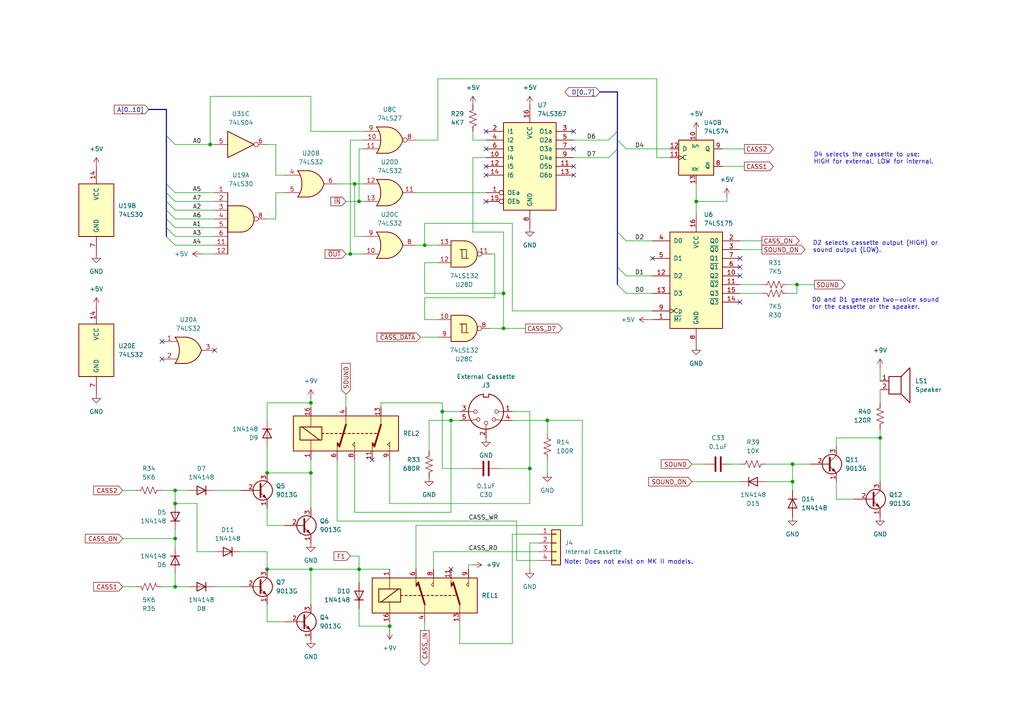
<source format=kicad_sch>
(kicad_sch (version 20231120) (generator "eeschema") (generator_version "8.0")
  (paper "A4")
  (title_block (title "Dick Smith System 80 Video and Cassette") (date "1980"))
  (junction (at 90.17 116.84))
  (junction (at 113.03 181.61))
  (junction (at 229.87 139.7))
  (junction (at 146.05 95.25))
  (junction (at 255.27 127))
  (junction (at 90.17 137.16))
  (junction (at 50.8 170.18))
  (junction (at 102.87 53.34))
  (junction (at 231.14 82.55))
  (junction (at 50.8 156.21))
  (junction (at 101.6 73.66))
  (junction (at 104.14 165.1))
  (junction (at 123.19 71.12))
  (junction (at 104.14 58.42))
  (junction (at 201.93 58.42))
  (junction (at 77.47 137.16))
  (junction (at 130.81 121.92))
  (junction (at 50.8 142.24))
  (junction (at 128.27 119.38))
  (junction (at 77.47 165.1))
  (junction (at 90.17 165.1))
  (junction (at 158.75 121.92))
  (junction (at 153.67 135.89))
  (junction (at 50.8 146.05))
  (junction (at 60.96 41.91))
  (junction (at 146.05 85.09))
  (junction (at 229.87 134.62))
  (no_connect (at 214.63 87.63))
  (no_connect (at 214.63 77.47))
  (no_connect (at 214.63 74.93))
  (no_connect (at 140.97 58.42))
  (no_connect (at 166.37 43.18))
  (no_connect (at 214.63 80.01))
  (no_connect (at 107.95 133.35))
  (no_connect (at 140.97 38.1))
  (no_connect (at 166.37 48.26))
  (no_connect (at 62.23 101.6))
  (no_connect (at 166.37 38.1))
  (no_connect (at 166.37 50.8))
  (no_connect (at 140.97 48.26))
  (no_connect (at 46.99 99.06))
  (no_connect (at 189.23 74.93))
  (no_connect (at 130.81 165.1))
  (no_connect (at 46.99 104.14))
  (no_connect (at 140.97 43.18))
  (no_connect (at 140.97 50.8))
  (bus_entry (at 48.26 55.88) (size 2.54 2.54))
  (bus_entry (at 181.61 69.85) (size -2.54 -2.54))
  (bus_entry (at 48.26 60.96) (size 2.54 2.54))
  (bus_entry (at 181.61 80.01) (size -2.54 -2.54))
  (bus_entry (at 181.61 85.09) (size -2.54 -2.54))
  (bus_entry (at 181.61 43.18) (size -2.54 -2.54))
  (bus_entry (at 48.26 68.58) (size 2.54 2.54))
  (bus_entry (at 176.53 45.72) (size 2.54 -2.54))
  (bus_entry (at 48.26 39.37) (size 2.54 2.54))
  (bus_entry (at 176.53 40.64) (size 2.54 -2.54))
  (bus_entry (at 48.26 53.34) (size 2.54 2.54))
  (bus_entry (at 48.26 63.5) (size 2.54 2.54))
  (bus_entry (at 48.26 58.42) (size 2.54 2.54))
  (bus_entry (at 48.26 66.04) (size 2.54 2.54))
  (wire (pts (xy 231.14 82.55) (xy 236.22 82.55)))
  (wire (pts (xy 105.41 38.1) (xy 90.17 38.1)))
  (wire (pts (xy 101.6 40.64) (xy 101.6 73.66)))
  (wire (pts (xy 148.59 64.77) (xy 123.19 64.77)))
  (wire (pts (xy 104.14 58.42) (xy 105.41 58.42)))
  (wire (pts (xy 242.57 127) (xy 255.27 127)))
  (wire (pts (xy 153.67 135.89) (xy 153.67 119.38)))
  (wire (pts (xy 104.14 176.53) (xy 104.14 181.61)))
  (wire (pts (xy 201.93 53.34) (xy 201.93 58.42)))
  (wire (pts (xy 228.6 82.55) (xy 231.14 82.55)))
  (wire (pts (xy 57.15 146.05) (xy 50.8 146.05)))
  (wire (pts (xy 120.65 40.64) (xy 127 40.64)))
  (wire (pts (xy 50.8 170.18) (xy 54.61 170.18)))
  (wire (pts (xy 181.61 85.09) (xy 189.23 85.09)))
  (wire (pts (xy 181.61 80.01) (xy 189.23 80.01)))
  (wire (pts (xy 190.5 22.86) (xy 190.5 45.72)))
  (wire (pts (xy 80.01 63.5) (xy 80.01 55.88)))
  (wire (pts (xy 229.87 134.62) (xy 229.87 139.7)))
  (wire (pts (xy 146.05 95.25) (xy 152.4 95.25)))
  (wire (pts (xy 100.33 73.66) (xy 101.6 73.66)))
  (wire (pts (xy 130.81 121.92) (xy 133.35 121.92)))
  (wire (pts (xy 125.73 160.02) (xy 125.73 165.1)))
  (wire (pts (xy 120.65 71.12) (xy 123.19 71.12)))
  (wire (pts (xy 121.92 97.79) (xy 127 97.79)))
  (wire (pts (xy 123.19 64.77) (xy 123.19 71.12)))
  (wire (pts (xy 50.8 71.12) (xy 62.23 71.12)))
  (wire (pts (xy 100.33 114.3) (xy 100.33 118.11)))
  (wire (pts (xy 158.75 133.35) (xy 158.75 137.16)))
  (wire (pts (xy 46.99 142.24) (xy 50.8 142.24)))
  (wire (pts (xy 146.05 67.31) (xy 146.05 85.09)))
  (wire (pts (xy 50.8 55.88) (xy 62.23 55.88)))
  (wire (pts (xy 242.57 129.54) (xy 242.57 127)))
  (wire (pts (xy 77.47 180.34) (xy 77.47 175.26)))
  (wire (pts (xy 102.87 133.35) (xy 102.87 148.59)))
  (wire (pts (xy 209.55 43.18) (xy 215.9 43.18)))
  (wire (pts (xy 255.27 113.03) (xy 255.27 116.84)))
  (wire (pts (xy 181.61 69.85) (xy 189.23 69.85)))
  (wire (pts (xy 113.03 133.35) (xy 113.03 146.05)))
  (wire (pts (xy 127 76.2) (xy 123.19 76.2)))
  (wire (pts (xy 104.14 168.91) (xy 104.14 165.1)))
  (bus (pts (xy 48.26 63.5) (xy 48.26 66.04)))
  (wire (pts (xy 113.03 182.88) (xy 113.03 181.61)))
  (wire (pts (xy 102.87 68.58) (xy 102.87 53.34)))
  (wire (pts (xy 101.6 73.66) (xy 105.41 73.66)))
  (wire (pts (xy 120.65 55.88) (xy 140.97 55.88)))
  (wire (pts (xy 128.27 116.84) (xy 128.27 119.38)))
  (wire (pts (xy 120.65 152.4) (xy 168.91 152.4)))
  (wire (pts (xy 104.14 181.61) (xy 113.03 181.61)))
  (wire (pts (xy 148.59 154.94) (xy 148.59 186.69)))
  (wire (pts (xy 210.82 57.15) (xy 210.82 58.42)))
  (wire (pts (xy 130.81 148.59) (xy 130.81 121.92)))
  (wire (pts (xy 166.37 40.64) (xy 176.53 40.64)))
  (wire (pts (xy 50.8 153.67) (xy 50.8 156.21)))
  (wire (pts (xy 214.63 82.55) (xy 220.98 82.55)))
  (wire (pts (xy 105.41 43.18) (xy 104.14 43.18)))
  (wire (pts (xy 90.17 133.35) (xy 90.17 137.16)))
  (wire (pts (xy 105.41 68.58) (xy 102.87 68.58)))
  (wire (pts (xy 127 92.71) (xy 123.19 92.71)))
  (wire (pts (xy 214.63 72.39) (xy 220.98 72.39)))
  (wire (pts (xy 146.05 95.25) (xy 142.24 95.25)))
  (wire (pts (xy 82.55 180.34) (xy 77.47 180.34)))
  (bus (pts (xy 48.26 58.42) (xy 48.26 60.96)))
  (bus (pts (xy 179.07 67.31) (xy 179.07 77.47)))
  (wire (pts (xy 234.95 134.62) (xy 229.87 134.62)))
  (wire (pts (xy 104.14 165.1) (xy 113.03 165.1)))
  (wire (pts (xy 127 22.86) (xy 190.5 22.86)))
  (wire (pts (xy 90.17 137.16) (xy 77.47 137.16)))
  (wire (pts (xy 50.8 68.58) (xy 62.23 68.58)))
  (bus (pts (xy 48.26 31.75) (xy 48.26 39.37)))
  (wire (pts (xy 153.67 157.48) (xy 156.21 157.48)))
  (bus (pts (xy 179.07 38.1) (xy 179.07 40.64)))
  (wire (pts (xy 137.16 67.31) (xy 146.05 67.31)))
  (wire (pts (xy 101.6 161.29) (xy 104.14 161.29)))
  (bus (pts (xy 48.26 39.37) (xy 48.26 53.34)))
  (wire (pts (xy 242.57 144.78) (xy 247.65 144.78)))
  (wire (pts (xy 181.61 43.18) (xy 194.31 43.18)))
  (wire (pts (xy 137.16 163.83) (xy 135.89 163.83)))
  (wire (pts (xy 210.82 58.42) (xy 201.93 58.42)))
  (wire (pts (xy 148.59 186.69) (xy 133.35 186.69)))
  (wire (pts (xy 50.8 60.96) (xy 62.23 60.96)))
  (wire (pts (xy 50.8 156.21) (xy 50.8 158.75)))
  (wire (pts (xy 90.17 165.1) (xy 104.14 165.1)))
  (wire (pts (xy 137.16 40.64) (xy 137.16 38.1)))
  (bus (pts (xy 48.26 55.88) (xy 48.26 58.42)))
  (wire (pts (xy 133.35 186.69) (xy 133.35 180.34)))
  (wire (pts (xy 255.27 106.68) (xy 255.27 110.49)))
  (wire (pts (xy 222.25 134.62) (xy 229.87 134.62)))
  (wire (pts (xy 35.56 170.18) (xy 39.37 170.18)))
  (bus (pts (xy 179.07 26.67) (xy 179.07 38.1)))
  (wire (pts (xy 123.19 76.2) (xy 123.19 85.09)))
  (wire (pts (xy 50.8 58.42) (xy 62.23 58.42)))
  (wire (pts (xy 123.19 92.71) (xy 123.19 86.36)))
  (wire (pts (xy 149.86 151.13) (xy 149.86 162.56)))
  (wire (pts (xy 50.8 41.91) (xy 60.96 41.91)))
  (wire (pts (xy 148.59 90.17) (xy 148.59 64.77)))
  (bus (pts (xy 48.26 66.04) (xy 48.26 68.58)))
  (wire (pts (xy 153.67 146.05) (xy 153.67 135.89)))
  (wire (pts (xy 57.15 160.02) (xy 57.15 146.05)))
  (wire (pts (xy 255.27 124.46) (xy 255.27 127)))
  (wire (pts (xy 123.19 85.09) (xy 146.05 85.09)))
  (bus (pts (xy 179.07 40.64) (xy 179.07 43.18)))
  (wire (pts (xy 105.41 40.64) (xy 101.6 40.64)))
  (wire (pts (xy 255.27 127) (xy 255.27 139.7)))
  (wire (pts (xy 90.17 165.1) (xy 77.47 165.1)))
  (wire (pts (xy 168.91 152.4) (xy 168.91 121.92)))
  (wire (pts (xy 137.16 45.72) (xy 137.16 67.31)))
  (wire (pts (xy 214.63 69.85) (xy 220.98 69.85)))
  (wire (pts (xy 140.97 40.64) (xy 137.16 40.64)))
  (wire (pts (xy 229.87 139.7) (xy 229.87 142.24)))
  (wire (pts (xy 113.03 146.05) (xy 153.67 146.05)))
  (wire (pts (xy 148.59 90.17) (xy 189.23 90.17)))
  (wire (pts (xy 80.01 55.88) (xy 82.55 55.88)))
  (wire (pts (xy 90.17 147.32) (xy 90.17 137.16)))
  (wire (pts (xy 90.17 27.94) (xy 60.96 27.94)))
  (wire (pts (xy 97.79 133.35) (xy 97.79 151.13)))
  (wire (pts (xy 148.59 121.92) (xy 158.75 121.92)))
  (wire (pts (xy 50.8 63.5) (xy 62.23 63.5)))
  (wire (pts (xy 149.86 162.56) (xy 156.21 162.56)))
  (wire (pts (xy 77.47 63.5) (xy 80.01 63.5)))
  (wire (pts (xy 77.47 41.91) (xy 80.01 41.91)))
  (wire (pts (xy 123.19 71.12) (xy 127 71.12)))
  (wire (pts (xy 128.27 135.89) (xy 137.16 135.89)))
  (wire (pts (xy 77.47 129.54) (xy 77.47 137.16)))
  (wire (pts (xy 104.14 43.18) (xy 104.14 58.42)))
  (wire (pts (xy 201.93 58.42) (xy 201.93 62.23)))
  (wire (pts (xy 190.5 45.72) (xy 194.31 45.72)))
  (wire (pts (xy 97.79 151.13) (xy 149.86 151.13)))
  (wire (pts (xy 242.57 139.7) (xy 242.57 144.78)))
  (wire (pts (xy 77.47 160.02) (xy 69.85 160.02)))
  (wire (pts (xy 128.27 135.89) (xy 128.27 119.38)))
  (wire (pts (xy 209.55 48.26) (xy 215.9 48.26)))
  (wire (pts (xy 90.17 115.57) (xy 90.17 116.84)))
  (wire (pts (xy 80.01 41.91) (xy 80.01 50.8)))
  (wire (pts (xy 123.19 180.34) (xy 123.19 182.88)))
  (wire (pts (xy 156.21 154.94) (xy 148.59 154.94)))
  (wire (pts (xy 222.25 139.7) (xy 229.87 139.7)))
  (wire (pts (xy 212.09 134.62) (xy 214.63 134.62)))
  (wire (pts (xy 62.23 142.24) (xy 69.85 142.24)))
  (wire (pts (xy 62.23 170.18) (xy 69.85 170.18)))
  (wire (pts (xy 50.8 66.04) (xy 62.23 66.04)))
  (wire (pts (xy 77.47 160.02) (xy 77.47 165.1)))
  (wire (pts (xy 168.91 121.92) (xy 158.75 121.92)))
  (wire (pts (xy 60.96 41.91) (xy 62.23 41.91)))
  (wire (pts (xy 140.97 45.72) (xy 137.16 45.72)))
  (wire (pts (xy 46.99 170.18) (xy 50.8 170.18)))
  (wire (pts (xy 124.46 130.81) (xy 124.46 121.92)))
  (wire (pts (xy 187.96 92.71) (xy 189.23 92.71)))
  (wire (pts (xy 77.47 147.32) (xy 77.47 152.4)))
  (wire (pts (xy 144.78 135.89) (xy 153.67 135.89)))
  (wire (pts (xy 124.46 121.92) (xy 130.81 121.92)))
  (wire (pts (xy 200.66 134.62) (xy 204.47 134.62)))
  (wire (pts (xy 104.14 161.29) (xy 104.14 165.1)))
  (wire (pts (xy 50.8 142.24) (xy 54.61 142.24)))
  (bus (pts (xy 173.99 26.67) (xy 179.07 26.67)))
  (wire (pts (xy 146.05 85.09) (xy 146.05 95.25)))
  (wire (pts (xy 113.03 181.61) (xy 113.03 180.34)))
  (wire (pts (xy 214.63 85.09) (xy 220.98 85.09)))
  (wire (pts (xy 158.75 121.92) (xy 158.75 125.73)))
  (wire (pts (xy 128.27 119.38) (xy 133.35 119.38)))
  (bus (pts (xy 48.26 60.96) (xy 48.26 63.5)))
  (wire (pts (xy 90.17 116.84) (xy 90.17 118.11)))
  (bus (pts (xy 179.07 43.18) (xy 179.07 67.31)))
  (wire (pts (xy 231.14 85.09) (xy 231.14 82.55)))
  (wire (pts (xy 156.21 160.02) (xy 125.73 160.02)))
  (wire (pts (xy 97.79 53.34) (xy 102.87 53.34)))
  (wire (pts (xy 35.56 142.24) (xy 39.37 142.24)))
  (wire (pts (xy 127 40.64) (xy 127 22.86)))
  (wire (pts (xy 123.19 86.36) (xy 143.51 86.36)))
  (wire (pts (xy 50.8 142.24) (xy 50.8 146.05)))
  (wire (pts (xy 200.66 139.7) (xy 214.63 139.7)))
  (wire (pts (xy 143.51 86.36) (xy 143.51 73.66)))
  (wire (pts (xy 102.87 53.34) (xy 105.41 53.34)))
  (wire (pts (xy 153.67 165.1) (xy 153.67 157.48)))
  (bus (pts (xy 179.07 77.47) (xy 179.07 82.55)))
  (bus (pts (xy 43.18 31.75) (xy 48.26 31.75)))
  (wire (pts (xy 58.42 73.66) (xy 62.23 73.66)))
  (bus (pts (xy 48.26 53.34) (xy 48.26 55.88)))
  (wire (pts (xy 50.8 166.37) (xy 50.8 170.18)))
  (wire (pts (xy 80.01 50.8) (xy 82.55 50.8)))
  (wire (pts (xy 110.49 118.11) (xy 110.49 116.84)))
  (wire (pts (xy 62.23 160.02) (xy 57.15 160.02)))
  (wire (pts (xy 120.65 152.4) (xy 120.65 165.1)))
  (wire (pts (xy 110.49 116.84) (xy 128.27 116.84)))
  (wire (pts (xy 77.47 121.92) (xy 77.47 116.84)))
  (wire (pts (xy 153.67 119.38) (xy 148.59 119.38)))
  (wire (pts (xy 166.37 45.72) (xy 176.53 45.72)))
  (wire (pts (xy 77.47 116.84) (xy 90.17 116.84)))
  (wire (pts (xy 90.17 38.1) (xy 90.17 27.94)))
  (wire (pts (xy 228.6 85.09) (xy 231.14 85.09)))
  (wire (pts (xy 135.89 163.83) (xy 135.89 165.1)))
  (wire (pts (xy 82.55 152.4) (xy 77.47 152.4)))
  (wire (pts (xy 90.17 175.26) (xy 90.17 165.1)))
  (wire (pts (xy 35.56 156.21) (xy 50.8 156.21)))
  (wire (pts (xy 143.51 73.66) (xy 142.24 73.66)))
  (wire (pts (xy 100.33 58.42) (xy 104.14 58.42)))
  (wire (pts (xy 60.96 27.94) (xy 60.96 41.91)))
  (wire (pts (xy 102.87 148.59) (xy 130.81 148.59)))
  (text "D4 selects the cassette to use:\nHIGH for external, LOW for internal." (at 235.966 45.974 0) (effects (font (size 1.27 1.27)) (justify left)))
  (text "D2 selects cassette output (HIGH) or\nsound output (LOW)." (at 235.712 71.628 0) (effects (font (size 1.27 1.27)) (justify left)))
  (text "D0 and D1 generate two-voice sound\nfor the cassette or the speaker." (at 235.458 88.138 0) (effects (font (size 1.27 1.27)) (justify left)))
  (text "Note: Does not exist on MK II models." (at 182.372 163.068 0) (effects (font (size 1.27 1.27))))
  (label "D0" (at 184.15 85.09 0))
  (label "A2" (at 55.88 60.96 0))
  (label "A4" (at 55.88 71.12 0))
  (label "D4" (at 184.15 43.18 0))
  (label "D7" (at 170.18 45.72 0))
  (label "CASS_RD" (at 135.89 160.02 0))
  (label "A5" (at 55.88 55.88 0))
  (label "D2" (at 184.15 69.85 0))
  (label "A1" (at 55.88 66.04 0))
  (label "CASS_WR" (at 135.89 151.13 0))
  (label "D6" (at 170.18 40.64 0))
  (label "A7" (at 55.88 58.42 0))
  (label "A3" (at 55.88 68.58 0))
  (label "A0" (at 55.88 41.91 0))
  (label "A6" (at 55.88 63.5 0))
  (label "D1" (at 184.15 80.01 0))
  (global_label "SOUND" (shape output) (at 236.22 82.55 0) (property "Intersheetrefs" "${INTERSHEET_REFS}" (effects (hide yes))))
  (global_label "~{OUT}" (shape input) (at 100.33 73.66 180) (property "Intersheetrefs" "${INTERSHEET_REFS}" (effects (hide yes))))
  (global_label "CASS1" (shape output) (at 215.9 48.26 0) (property "Intersheetrefs" "${INTERSHEET_REFS}" (effects (hide yes))))
  (global_label "~{CASS_DATA}" (shape input) (at 121.92 97.79 180) (property "Intersheetrefs" "${INTERSHEET_REFS}" (effects (hide yes))))
  (global_label "CASS1" (shape input) (at 35.56 170.18 180) (property "Intersheetrefs" "${INTERSHEET_REFS}" (effects (hide yes))))
  (global_label "CASS2" (shape output) (at 215.9 43.18 0) (property "Intersheetrefs" "${INTERSHEET_REFS}" (effects (hide yes))))
  (global_label "CASS_ON" (shape output) (at 220.98 69.85 0) (property "Intersheetrefs" "${INTERSHEET_REFS}" (effects (hide yes))))
  (global_label "CASS_D7" (shape output) (at 152.4 95.25 0) (property "Intersheetrefs" "${INTERSHEET_REFS}" (effects (hide yes))))
  (global_label "CASS2" (shape input) (at 35.56 142.24 180) (property "Intersheetrefs" "${INTERSHEET_REFS}" (effects (hide yes))))
  (global_label "SOUND" (shape input) (at 200.66 134.62 180) (property "Intersheetrefs" "${INTERSHEET_REFS}" (effects (hide yes))))
  (global_label "D[0..7]" (shape bidirectional) (at 173.99 26.67 180) (property "Intersheetrefs" "${INTERSHEET_REFS}" (effects (hide yes))))
  (global_label "F1" (shape input) (at 101.6 161.29 180) (property "Intersheetrefs" "${INTERSHEET_REFS}" (effects (hide yes))))
  (global_label "CASS_IN" (shape output) (at 123.19 182.88 270) (property "Intersheetrefs" "${INTERSHEET_REFS}" (effects (hide yes))))
  (global_label "SOUND" (shape input) (at 100.33 114.3 90) (property "Intersheetrefs" "${INTERSHEET_REFS}" (effects (hide yes))))
  (global_label "SOUND_ON" (shape output) (at 220.98 72.39 0) (property "Intersheetrefs" "${INTERSHEET_REFS}" (effects (hide yes))))
  (global_label "SOUND_ON" (shape input) (at 200.66 139.7 180) (property "Intersheetrefs" "${INTERSHEET_REFS}" (effects (hide yes))))
  (global_label "CASS_ON" (shape input) (at 35.56 156.21 180) (property "Intersheetrefs" "${INTERSHEET_REFS}" (effects (hide yes))))
  (global_label "A[0..10]" (shape input) (at 43.18 31.75 180) (property "Intersheetrefs" "${INTERSHEET_REFS}" (effects (hide yes))))
  (global_label "~{IN}" (shape input) (at 100.33 58.42 180) (property "Intersheetrefs" "${INTERSHEET_REFS}" (effects (hide yes))))
  (symbol (lib_id "power:+9V") (at 137.16 163.83 270) (unit 1)
    (property "Reference" "#PWR0161" (effects (hide yes)))
    (property "Value" "+9V" (at 140.97 163.8299 90) (effects (justify left)))
    (property "Description" "Power symbol creates a global label with name \"+9V\"" (effects (hide yes)))
  )
  (symbol (lib_id "74xx:74LS32") (at 113.03 71.12 0) (unit 3)
    (property "Reference" "U20" (at 113.03 62.23 0))
    (property "Value" "74LS32" (at 113.03 64.77 0))
    (property "Footprint" "Package_DIP:DIP-14_W7.62mm" (effects (hide yes)))
    (property "Datasheet" "http://www.ti.com/lit/gpn/sn74LS32" (effects (hide yes)))
    (property "Description" "Quad 2-input OR" (effects (hide yes)))
  )
  (symbol (lib_id "Device:R_US") (at 124.46 134.62 0) (mirror y) (unit 1)
    (property "Reference" "R33" (at 121.92 133.3499 0) (effects (justify left)))
    (property "Value" "680R" (at 121.92 135.8899 0) (effects (justify left)))
    (property "Description" "Resistor, US symbol" (effects (hide yes)))
  )
  (symbol (lib_id "power:+5V") (at 187.96 92.71 90) (unit 1)
    (property "Reference" "#PWR0149" (effects (hide yes)))
    (property "Value" "+5V" (at 184.15 92.7099 90) (effects (justify left)))
    (property "Description" "Power symbol creates a global label with name \"+5V\"" (effects (hide yes)))
  )
  (symbol (lib_id "power:GND") (at 27.94 114.3 0) (unit 1)
    (property "Reference" "#PWR0141" (effects (hide yes)))
    (property "Value" "GND" (at 27.94 119.38 0))
    (property "Description" "Power symbol creates a global label with name \"GND\" , ground" (effects (hide yes)))
  )
  (symbol (lib_id "power:GND") (at 124.46 138.43 0) (unit 1)
    (property "Reference" "#PWR0159" (effects (hide yes)))
    (property "Value" "GND" (at 124.46 143.51 0))
    (property "Description" "Power symbol creates a global label with name \"GND\" , ground" (effects (hide yes)))
  )
  (symbol (lib_id "power:+5V") (at 137.16 30.48 0) (unit 1)
    (property "Reference" "#PWR0147" (effects (hide yes)))
    (property "Value" "+5V" (at 137.16 25.4 0))
    (property "Description" "Power symbol creates a global label with name \"+5V\"" (effects (hide yes)))
  )
  (symbol (lib_id "Device:R_US") (at 43.18 170.18 90) (mirror x) (unit 1)
    (property "Reference" "R35" (at 43.18 176.53 90))
    (property "Value" "5K6" (at 43.18 173.99 90))
    (property "Description" "Resistor, US symbol" (effects (hide yes)))
  )
  (symbol (lib_id "74xx:74LS367") (at 153.67 48.26 0) (unit 1)
    (property "Reference" "U7" (at 155.8641 30.48 0) (effects (justify left)))
    (property "Value" "74LS367" (at 155.8641 33.02 0) (effects (justify left)))
    (property "Footprint" "Package_DIP:DIP-16_W7.62mm" (effects (hide yes)))
    (property "Datasheet" "http://www.ti.com/lit/gpn/sn74LS367" (effects (hide yes)))
    (property "Description" "Hex Bus Driver 3-state outputs" (effects (hide yes)))
  )
  (symbol (lib_id "power:+5V") (at 58.42 73.66 90) (unit 1)
    (property "Reference" "#PWR0138" (effects (hide yes)))
    (property "Value" "+5V" (at 54.61 73.6599 90) (effects (justify left)))
    (property "Description" "Power symbol creates a global label with name \"+5V\"" (effects (hide yes)))
  )
  (symbol (lib_id "74xx:74LS74") (at 201.93 45.72 0) (unit 2)
    (property "Reference" "U40" (at 204.1241 35.56 0) (effects (justify left)))
    (property "Value" "74LS74" (at 204.1241 38.1 0) (effects (justify left)))
    (property "Footprint" "Package_DIP:DIP-14_W7.62mm" (effects (hide yes)))
    (property "Datasheet" "74xx/74hc_hct74.pdf" (effects (hide yes)))
    (property "Description" "Dual D Flip-flop, Set & Reset" (effects (hide yes)))
  )
  (symbol (lib_id "Connector_Generic:Conn_01x04") (at 161.29 157.48 0) (unit 1)
    (property "Reference" "J4" (at 163.83 157.4799 0) (effects (justify left)))
    (property "Value" "Internal Cassette" (at 163.83 160.0199 0) (effects (justify left)))
    (property "Description" "Generic connector, single row, 01x04, script generated (kicad-library-utils/schlib/autogen/connector/)" (effects (hide yes)))
  )
  (symbol (lib_id "Device:R_US") (at 158.75 129.54 0) (unit 1)
    (property "Reference" "R14" (at 161.29 128.2699 0) (effects (justify left)))
    (property "Value" "100R" (at 161.29 130.8099 0) (effects (justify left)))
    (property "Description" "Resistor, US symbol" (effects (hide yes)))
  )
  (symbol (lib_id "power:+5V") (at 27.94 88.9 0) (unit 1)
    (property "Reference" "#PWR0140" (effects (hide yes)))
    (property "Value" "+5V" (at 27.94 83.82 0))
    (property "Description" "Power symbol creates a global label with name \"+5V\"" (effects (hide yes)))
  )
  (symbol (lib_id "Device:R_US") (at 43.18 142.24 90) (unit 1)
    (property "Reference" "R34" (at 43.18 135.89 90))
    (property "Value" "5K6" (at 43.18 138.43 90))
    (property "Description" "Resistor, US symbol" (effects (hide yes)))
  )
  (symbol (lib_id "Device:Q_NPN_EBC") (at 87.63 152.4 0) (unit 1)
    (property "Reference" "Q6" (at 92.71 151.1299 0) (effects (justify left)))
    (property "Value" "9013G" (at 92.71 153.6699 0) (effects (justify left)))
    (property "Description" "NPN transistor, emitter/base/collector" (effects (hide yes)))
  )
  (symbol (lib_id "Connector:DIN-5_180degree") (at 140.97 119.38 180) (unit 1)
    (property "Reference" "J3" (at 140.9699 111.76 0))
    (property "Value" "External Cassette" (at 140.9699 109.22 0))
    (property "Datasheet" "http://www.mouser.com/ds/2/18/40_c091_abd_e-75918.pdf" (effects (hide yes)))
    (property "Description" "5-pin DIN connector (5-pin DIN-5 stereo)" (effects (hide yes)))
  )
  (symbol (lib_id "Diode:1N4148") (at 218.44 139.7 0) (mirror x) (unit 1)
    (property "Reference" "D15" (at 218.44 146.05 0))
    (property "Value" "1N4148" (at 218.44 143.51 0))
    (property "Footprint" "Diode_THT:D_DO-35_SOD27_P7.62mm_Horizontal" (effects (hide yes)))
    (property "Datasheet" "https://assets.nexperia.com/documents/data-sheet/1N4148_1N4448.pdf" (effects (hide yes)))
    (property "Description" "100V 0.15A standard switching diode, DO-35" (effects (hide yes)))
    (property "Sim.Device" "D" (effects (hide yes)))
    (property "Sim.Pins" "1=K 2=A" (effects (hide yes)))
  )
  (symbol (lib_id "74xx:74LS132") (at 134.62 73.66 0) (mirror x) (unit 4)
    (property "Reference" "U28" (at 134.6117 82.55 0))
    (property "Value" "74LS132" (at 134.6117 80.01 0))
    (property "Footprint" "Package_DIP:DIP-14_W7.62mm" (effects (hide yes)))
    (property "Datasheet" "http://www.ti.com/lit/gpn/sn74LS132" (effects (hide yes)))
    (property "Description" "Quad 2-input NAND Schmitt trigger" (effects (hide yes)))
  )
  (symbol (lib_id "Device:Q_NPN_EBC") (at 74.93 170.18 0) (unit 1)
    (property "Reference" "Q7" (at 80.01 168.9099 0) (effects (justify left)))
    (property "Value" "9013G" (at 80.01 171.4499 0) (effects (justify left)))
    (property "Description" "NPN transistor, emitter/base/collector" (effects (hide yes)))
  )
  (symbol (lib_id "power:+9V") (at 113.03 182.88 0) (mirror x) (unit 1)
    (property "Reference" "#PWR0156" (effects (hide yes)))
    (property "Value" "+9V" (at 113.03 187.96 0))
    (property "Description" "Power symbol creates a global label with name \"+9V\"" (effects (hide yes)))
  )
  (symbol (lib_id "power:GND") (at 255.27 149.86 0) (unit 1)
    (property "Reference" "#PWR0150" (effects (hide yes)))
    (property "Value" "GND" (at 255.27 154.94 0))
    (property "Description" "Power symbol creates a global label with name \"GND\" , ground" (effects (hide yes)))
  )
  (symbol (lib_id "74xx:74LS32") (at 27.94 101.6 0) (unit 5)
    (property "Reference" "U20" (at 34.29 100.3299 0) (effects (justify left)))
    (property "Value" "74LS32" (at 34.29 102.8699 0) (effects (justify left)))
    (property "Footprint" "Package_DIP:DIP-14_W7.62mm" (effects (hide yes)))
    (property "Datasheet" "http://www.ti.com/lit/gpn/sn74LS32" (effects (hide yes)))
    (property "Description" "Quad 2-input OR" (effects (hide yes)))
  )
  (symbol (lib_id "Diode:1N4148") (at 104.14 172.72 270) (mirror x) (unit 1)
    (property "Reference" "D10" (at 101.6 171.4499 90) (effects (justify right)))
    (property "Value" "1N4148" (at 101.6 173.9899 90) (effects (justify right)))
    (property "Footprint" "Diode_THT:D_DO-35_SOD27_P7.62mm_Horizontal" (effects (hide yes)))
    (property "Datasheet" "https://assets.nexperia.com/documents/data-sheet/1N4148_1N4448.pdf" (effects (hide yes)))
    (property "Description" "100V 0.15A standard switching diode, DO-35" (effects (hide yes)))
    (property "Sim.Device" "D" (effects (hide yes)))
    (property "Sim.Pins" "1=K 2=A" (effects (hide yes)))
  )
  (symbol (lib_id "power:+5V") (at 27.94 48.26 0) (unit 1)
    (property "Reference" "#PWR0139" (effects (hide yes)))
    (property "Value" "+5V" (at 27.94 43.18 0))
    (property "Description" "Power symbol creates a global label with name \"+5V\"" (effects (hide yes)))
  )
  (symbol (lib_id "power:GND") (at 27.94 73.66 0) (unit 1)
    (property "Reference" "#PWR0142" (effects (hide yes)))
    (property "Value" "GND" (at 27.94 78.74 0))
    (property "Description" "Power symbol creates a global label with name \"GND\" , ground" (effects (hide yes)))
  )
  (symbol (lib_id "power:GND") (at 229.87 149.86 0) (unit 1)
    (property "Reference" "#PWR0152" (effects (hide yes)))
    (property "Value" "GND" (at 229.87 154.94 0))
    (property "Description" "Power symbol creates a global label with name \"GND\" , ground" (effects (hide yes)))
  )
  (symbol (lib_id "Device:R_US") (at 224.79 82.55 90) (unit 1)
    (property "Reference" "R31" (at 224.79 76.2 90))
    (property "Value" "7K5" (at 224.79 78.74 90))
    (property "Description" "Resistor, US symbol" (effects (hide yes)))
  )
  (symbol (lib_id "power:+9V") (at 90.17 115.57 0) (unit 1)
    (property "Reference" "#PWR0155" (effects (hide yes)))
    (property "Value" "+9V" (at 90.17 110.49 0))
    (property "Description" "Power symbol creates a global label with name \"+9V\"" (effects (hide yes)))
  )
  (symbol (lib_id "Diode:1N4148") (at 58.42 142.24 180) (unit 1)
    (property "Reference" "D7" (at 58.42 135.89 0))
    (property "Value" "1N4148" (at 58.42 138.43 0))
    (property "Footprint" "Diode_THT:D_DO-35_SOD27_P7.62mm_Horizontal" (effects (hide yes)))
    (property "Datasheet" "https://assets.nexperia.com/documents/data-sheet/1N4148_1N4448.pdf" (effects (hide yes)))
    (property "Description" "100V 0.15A standard switching diode, DO-35" (effects (hide yes)))
    (property "Sim.Device" "D" (effects (hide yes)))
    (property "Sim.Pins" "1=K 2=A" (effects (hide yes)))
  )
  (symbol (lib_id "Device:Q_NPN_EBC") (at 252.73 144.78 0) (unit 1)
    (property "Reference" "Q12" (at 257.81 143.5099 0) (effects (justify left)))
    (property "Value" "9013G" (at 257.81 146.0499 0) (effects (justify left)))
    (property "Description" "NPN transistor, emitter/base/collector" (effects (hide yes)))
  )
  (symbol (lib_id "Relay:G5V-2") (at 123.19 172.72 0) (unit 1)
    (property "Reference" "REL1" (at 139.7 172.7199 0) (effects (justify left)))
    (property "Value" "G5V-2" (effects (hide yes)))
    (property "Footprint" "Relay_THT:Relay_DPDT_Omron_G5V-2" (effects (hide yes)))
    (property "Datasheet" "http://omronfs.omron.com/en_US/ecb/products/pdf/en-g5v_2.pdf" (effects (hide yes)))
    (property "Description" "Relay Miniature Omron DPDT" (effects (hide yes)))
  )
  (symbol (lib_id "74xx:74LS30") (at 27.94 60.96 0) (unit 2)
    (property "Reference" "U19" (at 34.29 59.6899 0) (effects (justify left)))
    (property "Value" "74LS30" (at 34.29 62.2299 0) (effects (justify left)))
    (property "Footprint" "Package_DIP:DIP-14_W7.62mm" (effects (hide yes)))
    (property "Datasheet" "http://www.ti.com/lit/gpn/sn74LS30" (effects (hide yes)))
    (property "Description" "8-input NAND" (effects (hide yes)))
  )
  (symbol (lib_id "74xx:74LS30") (at 69.85 63.5 0) (unit 1)
    (property "Reference" "U19" (at 69.8417 50.8 0))
    (property "Value" "74LS30" (at 69.8417 53.34 0))
    (property "Footprint" "Package_DIP:DIP-14_W7.62mm" (effects (hide yes)))
    (property "Datasheet" "http://www.ti.com/lit/gpn/sn74LS30" (effects (hide yes)))
    (property "Description" "8-input NAND" (effects (hide yes)))
  )
  (symbol (lib_id "Diode:1N4148") (at 66.04 160.02 180) (unit 1)
    (property "Reference" "D11" (at 66.04 153.67 0))
    (property "Value" "1N4148" (at 66.04 156.21 0))
    (property "Footprint" "Diode_THT:D_DO-35_SOD27_P7.62mm_Horizontal" (effects (hide yes)))
    (property "Datasheet" "https://assets.nexperia.com/documents/data-sheet/1N4148_1N4448.pdf" (effects (hide yes)))
    (property "Description" "100V 0.15A standard switching diode, DO-35" (effects (hide yes)))
    (property "Sim.Device" "D" (effects (hide yes)))
    (property "Sim.Pins" "1=K 2=A" (effects (hide yes)))
  )
  (symbol (lib_id "Device:Speaker") (at 260.35 110.49 0) (unit 1)
    (property "Reference" "LS1" (at 265.43 110.4899 0) (effects (justify left)))
    (property "Value" "Speaker" (at 265.43 113.0299 0) (effects (justify left)))
    (property "Description" "Speaker" (effects (hide yes)))
  )
  (symbol (lib_id "74xx:74LS32") (at 113.03 55.88 0) (unit 4)
    (property "Reference" "U20" (at 113.03 46.99 0))
    (property "Value" "74LS32" (at 113.03 49.53 0))
    (property "Footprint" "Package_DIP:DIP-14_W7.62mm" (effects (hide yes)))
    (property "Datasheet" "http://www.ti.com/lit/gpn/sn74LS32" (effects (hide yes)))
    (property "Description" "Quad 2-input OR" (effects (hide yes)))
  )
  (symbol (lib_id "74xx:74LS32") (at 90.17 53.34 0) (unit 2)
    (property "Reference" "U20" (at 90.17 44.45 0))
    (property "Value" "74LS32" (at 90.17 46.99 0))
    (property "Footprint" "Package_DIP:DIP-14_W7.62mm" (effects (hide yes)))
    (property "Datasheet" "http://www.ti.com/lit/gpn/sn74LS32" (effects (hide yes)))
    (property "Description" "Quad 2-input OR" (effects (hide yes)))
  )
  (symbol (lib_id "Device:C") (at 140.97 135.89 90) (mirror x) (unit 1)
    (property "Reference" "C30" (at 140.97 143.51 90))
    (property "Value" "0.1uF" (at 140.97 140.97 90))
    (property "Description" "Unpolarized capacitor" (effects (hide yes)))
  )
  (symbol (lib_id "Device:R_US") (at 218.44 134.62 90) (unit 1)
    (property "Reference" "R39" (at 218.44 128.27 90))
    (property "Value" "10K" (at 218.44 130.81 90))
    (property "Description" "Resistor, US symbol" (effects (hide yes)))
  )
  (symbol (lib_id "power:GND") (at 90.17 185.42 0) (unit 1)
    (property "Reference" "#PWR0154" (effects (hide yes)))
    (property "Value" "GND" (at 90.17 190.5 0))
    (property "Description" "Power symbol creates a global label with name \"GND\" , ground" (effects (hide yes)))
  )
  (symbol (lib_id "Diode:1N4148") (at 58.42 170.18 0) (mirror y) (unit 1)
    (property "Reference" "D8" (at 58.42 176.53 0))
    (property "Value" "1N4148" (at 58.42 173.99 0))
    (property "Footprint" "Diode_THT:D_DO-35_SOD27_P7.62mm_Horizontal" (effects (hide yes)))
    (property "Datasheet" "https://assets.nexperia.com/documents/data-sheet/1N4148_1N4448.pdf" (effects (hide yes)))
    (property "Description" "100V 0.15A standard switching diode, DO-35" (effects (hide yes)))
    (property "Sim.Device" "D" (effects (hide yes)))
    (property "Sim.Pins" "1=K 2=A" (effects (hide yes)))
  )
  (symbol (lib_id "power:GND") (at 140.97 127 0) (unit 1)
    (property "Reference" "#PWR0157" (effects (hide yes)))
    (property "Value" "GND" (at 140.97 132.08 0))
    (property "Description" "Power symbol creates a global label with name \"GND\" , ground" (effects (hide yes)))
  )
  (symbol (lib_id "power:GND") (at 153.67 66.04 0) (unit 1)
    (property "Reference" "#PWR0144" (effects (hide yes)))
    (property "Value" "GND" (at 153.67 71.12 0))
    (property "Description" "Power symbol creates a global label with name \"GND\" , ground" (effects (hide yes)))
  )
  (symbol (lib_id "power:GND") (at 90.17 157.48 0) (unit 1)
    (property "Reference" "#PWR0153" (effects (hide yes)))
    (property "Value" "GND" (at 90.17 162.56 0))
    (property "Description" "Power symbol creates a global label with name \"GND\" , ground" (effects (hide yes)))
  )
  (symbol (lib_id "power:GND") (at 201.93 100.33 0) (unit 1)
    (property "Reference" "#PWR0148" (effects (hide yes)))
    (property "Value" "GND" (at 201.93 105.41 0))
    (property "Description" "Power symbol creates a global label with name \"GND\" , ground" (effects (hide yes)))
  )
  (symbol (lib_id "power:GND") (at 158.75 137.16 0) (unit 1)
    (property "Reference" "#PWR0158" (effects (hide yes)))
    (property "Value" "GND" (at 158.75 142.24 0))
    (property "Description" "Power symbol creates a global label with name \"GND\" , ground" (effects (hide yes)))
  )
  (symbol (lib_id "power:+9V") (at 255.27 106.68 0) (unit 1)
    (property "Reference" "#PWR0151" (effects (hide yes)))
    (property "Value" "+9V" (at 255.27 101.6 0))
    (property "Description" "Power symbol creates a global label with name \"+9V\"" (effects (hide yes)))
  )
  (symbol (lib_id "74xx:74LS32") (at 54.61 101.6 0) (unit 1)
    (property "Reference" "U20" (at 54.61 92.71 0))
    (property "Value" "74LS32" (at 54.61 95.25 0))
    (property "Footprint" "Package_DIP:DIP-14_W7.62mm" (effects (hide yes)))
    (property "Datasheet" "http://www.ti.com/lit/gpn/sn74LS32" (effects (hide yes)))
    (property "Description" "Quad 2-input OR" (effects (hide yes)))
  )
  (symbol (lib_id "74xx:74LS132") (at 134.62 95.25 0) (mirror x) (unit 3)
    (property "Reference" "U28" (at 134.6117 104.14 0))
    (property "Value" "74LS132" (at 134.6117 101.6 0))
    (property "Footprint" "Package_DIP:DIP-14_W7.62mm" (effects (hide yes)))
    (property "Datasheet" "http://www.ti.com/lit/gpn/sn74LS132" (effects (hide yes)))
    (property "Description" "Quad 2-input NAND Schmitt trigger" (effects (hide yes)))
  )
  (symbol (lib_id "power:GND") (at 153.67 165.1 0) (unit 1)
    (property "Reference" "#PWR0160" (effects (hide yes)))
    (property "Value" "GND" (at 153.67 170.18 0))
    (property "Description" "Power symbol creates a global label with name \"GND\" , ground" (effects (hide yes)))
  )
  (symbol (lib_id "Device:R_US") (at 137.16 34.29 0) (mirror y) (unit 1)
    (property "Reference" "R29" (at 134.62 33.0199 0) (effects (justify left)))
    (property "Value" "4K7" (at 134.62 35.5599 0) (effects (justify left)))
    (property "Description" "Resistor, US symbol" (effects (hide yes)))
  )
  (symbol (lib_id "Device:R_US") (at 224.79 85.09 90) (mirror x) (unit 1)
    (property "Reference" "R30" (at 224.79 91.44 90))
    (property "Value" "7K5" (at 224.79 88.9 90))
    (property "Description" "Resistor, US symbol" (effects (hide yes)))
  )
  (symbol (lib_id "Diode:1N4148") (at 50.8 162.56 270) (unit 1)
    (property "Reference" "D6" (at 48.26 163.8301 90) (effects (justify right)))
    (property "Value" "1N4148" (at 48.26 161.2901 90) (effects (justify right)))
    (property "Footprint" "Diode_THT:D_DO-35_SOD27_P7.62mm_Horizontal" (effects (hide yes)))
    (property "Datasheet" "https://assets.nexperia.com/documents/data-sheet/1N4148_1N4448.pdf" (effects (hide yes)))
    (property "Description" "100V 0.15A standard switching diode, DO-35" (effects (hide yes)))
    (property "Sim.Device" "D" (effects (hide yes)))
    (property "Sim.Pins" "1=K 2=A" (effects (hide yes)))
  )
  (symbol (lib_id "Device:C") (at 208.28 134.62 90) (unit 1)
    (property "Reference" "C33" (at 208.28 127 90))
    (property "Value" "0.1uF" (at 208.28 129.54 90))
    (property "Description" "Unpolarized capacitor" (effects (hide yes)))
  )
  (symbol (lib_id "Device:Q_NPN_EBC") (at 74.93 142.24 0) (unit 1)
    (property "Reference" "Q5" (at 80.01 140.9699 0) (effects (justify left)))
    (property "Value" "9013G" (at 80.01 143.5099 0) (effects (justify left)))
    (property "Description" "NPN transistor, emitter/base/collector" (effects (hide yes)))
  )
  (symbol (lib_id "power:+5V") (at 201.93 38.1 0) (unit 1)
    (property "Reference" "#PWR0145" (effects (hide yes)))
    (property "Value" "+5V" (at 201.93 33.02 0))
    (property "Description" "Power symbol creates a global label with name \"+5V\"" (effects (hide yes)))
  )
  (symbol (lib_id "Diode:1N4148") (at 77.47 125.73 270) (unit 1)
    (property "Reference" "D9" (at 74.93 127.0001 90) (effects (justify right)))
    (property "Value" "1N4148" (at 74.93 124.4601 90) (effects (justify right)))
    (property "Footprint" "Diode_THT:D_DO-35_SOD27_P7.62mm_Horizontal" (effects (hide yes)))
    (property "Datasheet" "https://assets.nexperia.com/documents/data-sheet/1N4148_1N4448.pdf" (effects (hide yes)))
    (property "Description" "100V 0.15A standard switching diode, DO-35" (effects (hide yes)))
    (property "Sim.Device" "D" (effects (hide yes)))
    (property "Sim.Pins" "1=K 2=A" (effects (hide yes)))
  )
  (symbol (lib_id "74xx:74LS27") (at 113.03 40.64 0) (unit 3)
    (property "Reference" "U8" (at 113.03 31.75 0))
    (property "Value" "74LS27" (at 113.03 34.29 0))
    (property "Datasheet" "http://www.ti.com/lit/gpn/sn74LS27" (effects (hide yes)))
    (property "Description" "Triple 3-input NOR" (effects (hide yes)))
  )
  (symbol (lib_id "74xx:74LS04") (at 69.85 41.91 0) (unit 3)
    (property "Reference" "U31" (at 69.85 33.02 0))
    (property "Value" "74LS04" (at 69.85 35.56 0))
    (property "Footprint" "Package_DIP:DIP-14_W7.62mm" (effects (hide yes)))
    (property "Datasheet" "http://www.ti.com/lit/gpn/sn74LS04" (effects (hide yes)))
    (property "Description" "Hex Inverter" (effects (hide yes)))
  )
  (symbol (lib_id "74xx:74LS175") (at 201.93 80.01 0) (unit 1)
    (property "Reference" "U6" (at 204.1241 62.23 0) (effects (justify left)))
    (property "Value" "74LS175" (at 204.1241 64.77 0) (effects (justify left)))
    (property "Footprint" "Package_DIP:DIP-16_W7.62mm" (effects (hide yes)))
    (property "Datasheet" "http://www.ti.com/lit/gpn/sn74LS175" (effects (hide yes)))
    (property "Description" "4-bit D Flip-Flop, reset" (effects (hide yes)))
  )
  (symbol (lib_id "Device:Q_NPN_EBC") (at 87.63 180.34 0) (unit 1)
    (property "Reference" "Q4" (at 92.71 179.0699 0) (effects (justify left)))
    (property "Value" "9013G" (at 92.71 181.6099 0) (effects (justify left)))
    (property "Description" "NPN transistor, emitter/base/collector" (effects (hide yes)))
  )
  (symbol (lib_id "Relay:G5V-2") (at 100.33 125.73 0) (mirror x) (unit 1)
    (property "Reference" "REL2" (at 116.84 125.7301 0) (effects (justify left)))
    (property "Value" "G5V-2" (effects (hide yes)))
    (property "Footprint" "Relay_THT:Relay_DPDT_Omron_G5V-2" (effects (hide yes)))
    (property "Datasheet" "http://omronfs.omron.com/en_US/ecb/products/pdf/en-g5v_2.pdf" (effects (hide yes)))
    (property "Description" "Relay Miniature Omron DPDT" (effects (hide yes)))
  )
  (symbol (lib_id "Device:Q_NPN_EBC") (at 240.03 134.62 0) (unit 1)
    (property "Reference" "Q11" (at 245.11 133.3499 0) (effects (justify left)))
    (property "Value" "9013G" (at 245.11 135.8899 0) (effects (justify left)))
    (property "Description" "NPN transistor, emitter/base/collector" (effects (hide yes)))
  )
  (symbol (lib_id "power:+5V") (at 210.82 57.15 0) (unit 1)
    (property "Reference" "#PWR0146" (effects (hide yes)))
    (property "Value" "+5V" (at 210.82 52.07 0))
    (property "Description" "Power symbol creates a global label with name \"+5V\"" (effects (hide yes)))
  )
  (symbol (lib_id "Device:R_US") (at 255.27 120.65 0) (mirror y) (unit 1)
    (property "Reference" "R40" (at 252.73 119.3799 0) (effects (justify left)))
    (property "Value" "120R" (at 252.73 121.9199 0) (effects (justify left)))
    (property "Description" "Resistor, US symbol" (effects (hide yes)))
  )
  (symbol (lib_id "Diode:1N4148") (at 229.87 146.05 270) (unit 1)
    (property "Reference" "D14" (at 232.41 144.7799 90) (effects (justify left)))
    (property "Value" "1N4148" (at 232.41 147.3199 90) (effects (justify left)))
    (property "Footprint" "Diode_THT:D_DO-35_SOD27_P7.62mm_Horizontal" (effects (hide yes)))
    (property "Datasheet" "https://assets.nexperia.com/documents/data-sheet/1N4148_1N4448.pdf" (effects (hide yes)))
    (property "Description" "100V 0.15A standard switching diode, DO-35" (effects (hide yes)))
    (property "Sim.Device" "D" (effects (hide yes)))
    (property "Sim.Pins" "1=K 2=A" (effects (hide yes)))
  )
  (symbol (lib_id "power:+5V") (at 153.67 30.48 0) (unit 1)
    (property "Reference" "#PWR0143" (effects (hide yes)))
    (property "Value" "+5V" (at 153.67 25.4 0))
    (property "Description" "Power symbol creates a global label with name \"+5V\"" (effects (hide yes)))
  )
  (symbol (lib_id "Diode:1N4148") (at 50.8 149.86 270) (mirror x) (unit 1)
    (property "Reference" "D5" (at 48.26 148.5899 90) (effects (justify right)))
    (property "Value" "1N4148" (at 48.26 151.1299 90) (effects (justify right)))
    (property "Footprint" "Diode_THT:D_DO-35_SOD27_P7.62mm_Horizontal" (effects (hide yes)))
    (property "Datasheet" "https://assets.nexperia.com/documents/data-sheet/1N4148_1N4448.pdf" (effects (hide yes)))
    (property "Description" "100V 0.15A standard switching diode, DO-35" (effects (hide yes)))
    (property "Sim.Device" "D" (effects (hide yes)))
    (property "Sim.Pins" "1=K 2=A" (effects (hide yes)))
  )
)
</source>
